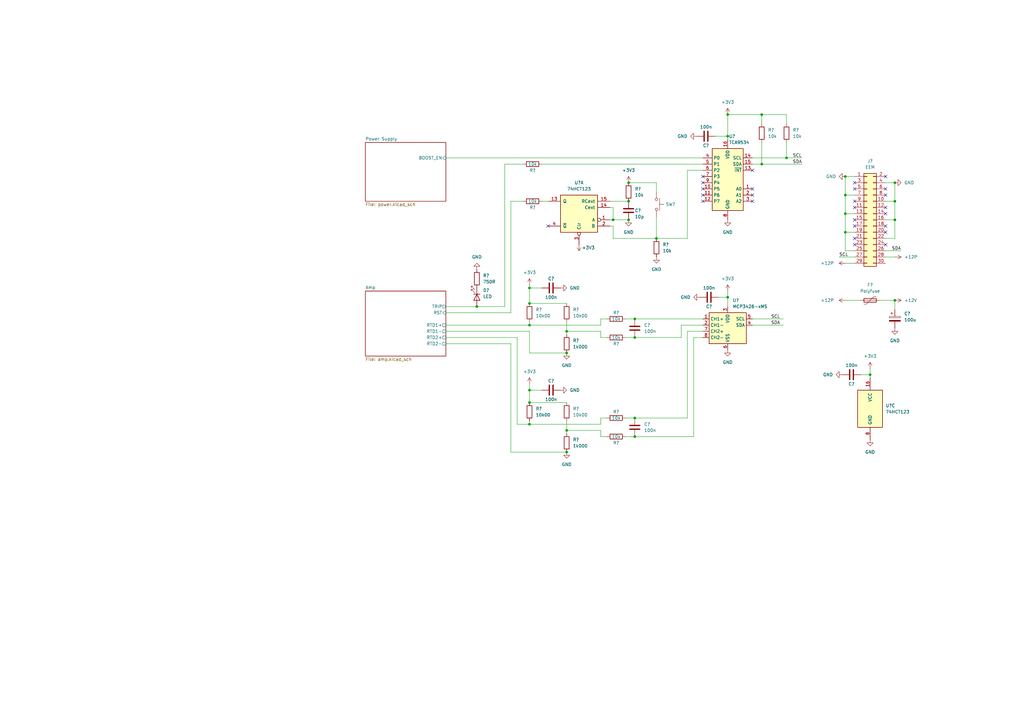
<source format=kicad_sch>
(kicad_sch (version 20211123) (generator eeschema)
  (paper "A3")
  (title_block (title "Usilitel") (date "2022-07-12") (rev "0.1") (company "M-Labs") (comment 1 "Wideband power amplifier") (comment 3 "a.k.a. topquark12") (comment 4 "Alex Wong Tat Hang"))
  (lib_symbols
    (symbol "74xx:74HCT123" (pin_names (offset 1.016))
      (property "Reference" "U" (at -7.62 8.89 0))
      (property "Value" "74HCT123" (at -7.62 -8.89 0))
      (symbol "74HCT123_1_0"
        (pin input inverted (at -12.7 -2.54 0) (length 5.08) (name "A") (number "1"))
        (pin output line (at 12.7 5.08 180) (length 5.08) (name "Q") (number "13"))
        (pin input line (at -12.7 2.54 0) (length 5.08) (name "Cext") (number "14"))
        (pin input line (at -12.7 5.08 0) (length 5.08) (name "RCext") (number "15"))
        (pin input line (at -12.7 -5.08 0) (length 5.08) (name "B") (number "2"))
        (pin input inverted (at 0 -12.7 90) (length 5.08) (name "Clr") (number "3"))
        (pin output line (at 12.7 -5.08 180) (length 5.08) (name "~{Q}") (number "4"))
      )
      (symbol "74HCT123_1_1"
        (rectangle (start -7.62 7.62) (end 7.62 -7.62) (stroke (width 0.254)) (fill (type background)))
      )
      (symbol "74HCT123_2_0"
        (pin input line (at -12.7 -5.08 0) (length 5.08) (name "B") (number "10"))
        (pin input inverted (at 0 -12.7 90) (length 5.08) (name "Clr") (number "11"))
        (pin output line (at 12.7 -5.08 180) (length 5.08) (name "~{Q}") (number "12"))
        (pin output line (at 12.7 5.08 180) (length 5.08) (name "Q") (number "5"))
        (pin input line (at -12.7 2.54 0) (length 5.08) (name "Cext") (number "6"))
        (pin input line (at -12.7 5.08 0) (length 5.08) (name "RCext") (number "7"))
        (pin input inverted (at -12.7 -2.54 0) (length 5.08) (name "A") (number "9"))
      )
      (symbol "74HCT123_2_1"
        (rectangle (start -7.62 7.62) (end 7.62 -7.62) (stroke (width 0.254)) (fill (type background)))
      )
      (symbol "74HCT123_3_0"
        (pin power_in line (at 0 12.7 270) (length 5.08) (name "VCC") (number "16"))
        (pin power_in line (at 0 -12.7 90) (length 5.08) (name "GND") (number "8"))
      )
      (symbol "74HCT123_3_1"
        (rectangle (start -5.08 7.62) (end 5.08 -7.62) (stroke (width 0.254)) (fill (type background)))
      )
    )
    (symbol "Analog_ADC:MCP3426-xMS"
      (property "Reference" "U" (at -3.81 8.89 0))
      (property "Value" "MCP3426-xMS" (at 2.54 8.89 0))
      (symbol "MCP3426-xMS_0_1"
        (rectangle (start -7.62 7.62) (end 7.62 -5.08) (stroke (width 0.254)) (fill (type background)))
      )
      (symbol "MCP3426-xMS_1_1"
        (pin input line (at -10.16 5.08 0) (length 2.54) (name "CH1+") (number "1"))
        (pin input line (at -10.16 2.54 0) (length 2.54) (name "CH1-") (number "2"))
        (pin power_in line (at 0 10.16 270) (length 2.54) (name "VDD") (number "3"))
        (pin bidirectional line (at 10.16 2.54 180) (length 2.54) (name "SDA") (number "4"))
        (pin input line (at 10.16 5.08 180) (length 2.54) (name "SCL") (number "5"))
        (pin power_in line (at 0 -7.62 90) (length 2.54) (name "VSS") (number "6"))
        (pin input line (at -10.16 0 0) (length 2.54) (name "CH2+") (number "7"))
        (pin input line (at -10.16 -2.54 0) (length 2.54) (name "CH2-") (number "8"))
      )
    )
    (symbol "Connector_Generic:Conn_02x15_Odd_Even" (pin_names (offset 1.016) hide)
      (property "Reference" "J" (at 1.27 20.32 0))
      (property "Value" "Conn_02x15_Odd_Even" (at 1.27 -20.32 0))
      (symbol "Conn_02x15_Odd_Even_1_1"
        (rectangle (start -1.27 -17.653) (end 0 -17.907) (stroke (width 0.1524)))
        (rectangle (start -1.27 -15.113) (end 0 -15.367) (stroke (width 0.1524)))
        (rectangle (start -1.27 -12.573) (end 0 -12.827) (stroke (width 0.1524)))
        (rectangle (start -1.27 -10.033) (end 0 -10.287) (stroke (width 0.1524)))
        (rectangle (start -1.27 -7.493) (end 0 -7.747) (stroke (width 0.1524)))
        (rectangle (start -1.27 -4.953) (end 0 -5.207) (stroke (width 0.1524)))
        (rectangle (start -1.27 -2.413) (end 0 -2.667) (stroke (width 0.1524)))
        (rectangle (start -1.27 0.127) (end 0 -0.127) (stroke (width 0.1524)))
        (rectangle (start -1.27 2.667) (end 0 2.413) (stroke (width 0.1524)))
        (rectangle (start -1.27 5.207) (end 0 4.953) (stroke (width 0.1524)))
        (rectangle (start -1.27 7.747) (end 0 7.493) (stroke (width 0.1524)))
        (rectangle (start -1.27 10.287) (end 0 10.033) (stroke (width 0.1524)))
        (rectangle (start -1.27 12.827) (end 0 12.573) (stroke (width 0.1524)))
        (rectangle (start -1.27 15.367) (end 0 15.113) (stroke (width 0.1524)))
        (rectangle (start -1.27 17.907) (end 0 17.653) (stroke (width 0.1524)))
        (rectangle (start -1.27 19.05) (end 3.81 -19.05) (stroke (width 0.254)) (fill (type background)))
        (rectangle (start 3.81 -17.653) (end 2.54 -17.907) (stroke (width 0.1524)))
        (rectangle (start 3.81 -15.113) (end 2.54 -15.367) (stroke (width 0.1524)))
        (rectangle (start 3.81 -12.573) (end 2.54 -12.827) (stroke (width 0.1524)))
        (rectangle (start 3.81 -10.033) (end 2.54 -10.287) (stroke (width 0.1524)))
        (rectangle (start 3.81 -7.493) (end 2.54 -7.747) (stroke (width 0.1524)))
        (rectangle (start 3.81 -4.953) (end 2.54 -5.207) (stroke (width 0.1524)))
        (rectangle (start 3.81 -2.413) (end 2.54 -2.667) (stroke (width 0.1524)))
        (rectangle (start 3.81 0.127) (end 2.54 -0.127) (stroke (width 0.1524)))
        (rectangle (start 3.81 2.667) (end 2.54 2.413) (stroke (width 0.1524)))
        (rectangle (start 3.81 5.207) (end 2.54 4.953) (stroke (width 0.1524)))
        (rectangle (start 3.81 7.747) (end 2.54 7.493) (stroke (width 0.1524)))
        (rectangle (start 3.81 10.287) (end 2.54 10.033) (stroke (width 0.1524)))
        (rectangle (start 3.81 12.827) (end 2.54 12.573) (stroke (width 0.1524)))
        (rectangle (start 3.81 15.367) (end 2.54 15.113) (stroke (width 0.1524)))
        (rectangle (start 3.81 17.907) (end 2.54 17.653) (stroke (width 0.1524)))
        (pin passive line (at -5.08 17.78 0) (length 3.81) (name "Pin_1") (number "1"))
        (pin passive line (at 7.62 7.62 180) (length 3.81) (name "Pin_10") (number "10"))
        (pin passive line (at -5.08 5.08 0) (length 3.81) (name "Pin_11") (number "11"))
        (pin passive line (at 7.62 5.08 180) (length 3.81) (name "Pin_12") (number "12"))
        (pin passive line (at -5.08 2.54 0) (length 3.81) (name "Pin_13") (number "13"))
        (pin passive line (at 7.62 2.54 180) (length 3.81) (name "Pin_14") (number "14"))
        (pin passive line (at -5.08 0 0) (length 3.81) (name "Pin_15") (number "15"))
        (pin passive line (at 7.62 0 180) (length 3.81) (name "Pin_16") (number "16"))
        (pin passive line (at -5.08 -2.54 0) (length 3.81) (name "Pin_17") (number "17"))
        (pin passive line (at 7.62 -2.54 180) (length 3.81) (name "Pin_18") (number "18"))
        (pin passive line (at -5.08 -5.08 0) (length 3.81) (name "Pin_19") (number "19"))
        (pin passive line (at 7.62 17.78 180) (length 3.81) (name "Pin_2") (number "2"))
        (pin passive line (at 7.62 -5.08 180) (length 3.81) (name "Pin_20") (number "20"))
        (pin passive line (at -5.08 -7.62 0) (length 3.81) (name "Pin_21") (number "21"))
        (pin passive line (at 7.62 -7.62 180) (length 3.81) (name "Pin_22") (number "22"))
        (pin passive line (at -5.08 -10.16 0) (length 3.81) (name "Pin_23") (number "23"))
        (pin passive line (at 7.62 -10.16 180) (length 3.81) (name "Pin_24") (number "24"))
        (pin passive line (at -5.08 -12.7 0) (length 3.81) (name "Pin_25") (number "25"))
        (pin passive line (at 7.62 -12.7 180) (length 3.81) (name "Pin_26") (number "26"))
        (pin passive line (at -5.08 -15.24 0) (length 3.81) (name "Pin_27") (number "27"))
        (pin passive line (at 7.62 -15.24 180) (length 3.81) (name "Pin_28") (number "28"))
        (pin passive line (at -5.08 -17.78 0) (length 3.81) (name "Pin_29") (number "29"))
        (pin passive line (at -5.08 15.24 0) (length 3.81) (name "Pin_3") (number "3"))
        (pin passive line (at 7.62 -17.78 180) (length 3.81) (name "Pin_30") (number "30"))
        (pin passive line (at 7.62 15.24 180) (length 3.81) (name "Pin_4") (number "4"))
        (pin passive line (at -5.08 12.7 0) (length 3.81) (name "Pin_5") (number "5"))
        (pin passive line (at 7.62 12.7 180) (length 3.81) (name "Pin_6") (number "6"))
        (pin passive line (at -5.08 10.16 0) (length 3.81) (name "Pin_7") (number "7"))
        (pin passive line (at 7.62 10.16 180) (length 3.81) (name "Pin_8") (number "8"))
        (pin passive line (at -5.08 7.62 0) (length 3.81) (name "Pin_9") (number "9"))
      )
    )
    (symbol "Device:C" (pin_numbers hide) (pin_names (offset 0.254))
      (property "Reference" "C" (at 0.635 2.54 0))
      (property "Value" "C" (at 0.635 -2.54 0))
      (symbol "C_0_1"
        (polyline (pts (xy -2.032 -0.762) (xy 2.032 -0.762)) (stroke (width 0.508)))
        (polyline (pts (xy -2.032 0.762) (xy 2.032 0.762)) (stroke (width 0.508)))
      )
      (symbol "C_1_1"
        (pin passive line (at 0 3.81 270) (length 2.794) (name "~") (number "1"))
        (pin passive line (at 0 -3.81 90) (length 2.794) (name "~") (number "2"))
      )
    )
    (symbol "Device:C_Polarized" (pin_numbers hide) (pin_names (offset 0.254))
      (property "Reference" "C" (at 0.635 2.54 0))
      (property "Value" "C_Polarized" (at 0.635 -2.54 0))
      (symbol "C_Polarized_0_1"
        (rectangle (start -2.286 0.508) (end 2.286 1.016))
        (polyline (pts (xy -1.778 2.286) (xy -0.762 2.286)))
        (polyline (pts (xy -1.27 2.794) (xy -1.27 1.778)))
        (rectangle (start 2.286 -0.508) (end -2.286 -1.016) (fill (type outline)))
      )
      (symbol "C_Polarized_1_1"
        (pin passive line (at 0 3.81 270) (length 2.794) (name "~") (number "1"))
        (pin passive line (at 0 -3.81 90) (length 2.794) (name "~") (number "2"))
      )
    )
    (symbol "Device:LED" (pin_numbers hide) (pin_names (offset 1.016) hide)
      (property "Reference" "D" (at 0 2.54 0))
      (property "Value" "LED" (at 0 -2.54 0))
      (symbol "LED_0_1"
        (polyline (pts (xy -1.27 -1.27) (xy -1.27 1.27)) (stroke (width 0.254)))
        (polyline (pts (xy -1.27 0) (xy 1.27 0)))
        (polyline (pts (xy 1.27 -1.27) (xy 1.27 1.27) (xy -1.27 0) (xy 1.27 -1.27)) (stroke (width 0.254)))
        (polyline (pts (xy -3.048 -0.762) (xy -4.572 -2.286) (xy -3.81 -2.286) (xy -4.572 -2.286) (xy -4.572 -1.524)))
        (polyline (pts (xy -1.778 -0.762) (xy -3.302 -2.286) (xy -2.54 -2.286) (xy -3.302 -2.286) (xy -3.302 -1.524)))
      )
      (symbol "LED_1_1"
        (pin passive line (at -3.81 0 0) (length 2.54) (name "K") (number "1"))
        (pin passive line (at 3.81 0 180) (length 2.54) (name "A") (number "2"))
      )
    )
    (symbol "Device:Polyfuse" (pin_numbers hide) (pin_names (offset 0))
      (property "Reference" "F" (at -2.54 0 90))
      (property "Value" "Polyfuse" (at 2.54 0 90))
      (symbol "Polyfuse_0_1"
        (rectangle (start -0.762 2.54) (end 0.762 -2.54) (stroke (width 0.254)))
        (polyline (pts (xy 0 2.54) (xy 0 -2.54)))
        (polyline (pts (xy -1.524 2.54) (xy -1.524 1.524) (xy 1.524 -1.524) (xy 1.524 -2.54)))
      )
      (symbol "Polyfuse_1_1"
        (pin passive line (at 0 3.81 270) (length 1.27) (name "~") (number "1"))
        (pin passive line (at 0 -3.81 90) (length 1.27) (name "~") (number "2"))
      )
    )
    (symbol "Device:R" (pin_numbers hide) (pin_names (offset 0))
      (property "Reference" "R" (at 2.032 0 90))
      (property "Value" "R" (at 0 0 90))
      (symbol "R_0_1"
        (rectangle (start -1.016 -2.54) (end 1.016 2.54) (stroke (width 0.254)))
      )
      (symbol "R_1_1"
        (pin passive line (at 0 3.81 270) (length 1.27) (name "~") (number "1"))
        (pin passive line (at 0 -3.81 90) (length 1.27) (name "~") (number "2"))
      )
    )
    (symbol "Interface_Expansion:TCA9534"
      (property "Reference" "U" (at -6.35 12.7 0))
      (property "Value" "TCA9534" (at 2.54 12.7 0))
      (symbol "TCA9534_0_1"
        (rectangle (start -6.35 -13.97) (end 6.35 11.43) (stroke (width 0.254)) (fill (type background)))
      )
      (symbol "TCA9534_1_1"
        (pin input line (at -10.16 -5.08 0) (length 3.81) (name "A0") (number "1"))
        (pin bidirectional line (at 10.16 -5.08 180) (length 3.81) (name "P5") (number "10"))
        (pin bidirectional line (at 10.16 -7.62 180) (length 3.81) (name "P6") (number "11"))
        (pin bidirectional line (at 10.16 -10.16 180) (length 3.81) (name "P7") (number "12"))
        (pin open_collector line (at -10.16 2.54 0) (length 3.81) (name "~{INT}") (number "13"))
        (pin input line (at -10.16 7.62 0) (length 3.81) (name "SCL") (number "14"))
        (pin bidirectional line (at -10.16 5.08 0) (length 3.81) (name "SDA") (number "15"))
        (pin power_in line (at 0 15.24 270) (length 3.81) (name "VDD") (number "16"))
        (pin input line (at -10.16 -7.62 0) (length 3.81) (name "A1") (number "2"))
        (pin input line (at -10.16 -10.16 0) (length 3.81) (name "A2") (number "3"))
        (pin bidirectional line (at 10.16 7.62 180) (length 3.81) (name "P0") (number "4"))
        (pin bidirectional line (at 10.16 5.08 180) (length 3.81) (name "P1") (number "5"))
        (pin bidirectional line (at 10.16 2.54 180) (length 3.81) (name "P2") (number "6"))
        (pin bidirectional line (at 10.16 0 180) (length 3.81) (name "P3") (number "7"))
        (pin power_in line (at 0 -17.78 90) (length 3.81) (name "GND") (number "8"))
        (pin bidirectional line (at 10.16 -2.54 180) (length 3.81) (name "P4") (number "9"))
      )
    )
    (symbol "Switch:SW_Push" (pin_numbers hide) (pin_names (offset 1.016) hide)
      (property "Reference" "SW" (at 1.27 2.54 0))
      (property "Value" "SW_Push" (at 0 -1.524 0))
      (symbol "SW_Push_0_1"
        (circle (center -2.032 0) (radius 0.508))
        (polyline (pts (xy 0 1.27) (xy 0 3.048)))
        (polyline (pts (xy 2.54 1.27) (xy -2.54 1.27)))
        (circle (center 2.032 0) (radius 0.508))
        (pin passive line (at -5.08 0 0) (length 2.54) (name "1") (number "1"))
        (pin passive line (at 5.08 0 180) (length 2.54) (name "2") (number "2"))
      )
    )
    (symbol "power:+12P" (power) (pin_names (offset 0))
      (property "Value" "+12P" (at 0 3.556 0))
      (symbol "+12P_0_1"
        (polyline (pts (xy -0.762 1.27) (xy 0 2.54)))
        (polyline (pts (xy 0 0) (xy 0 2.54)))
        (polyline (pts (xy 0 2.54) (xy 0.762 1.27)))
      )
      (symbol "+12P_1_1"
        (pin power_in line (at 0 0 90) (length 0) hide (name "+12P") (number "1"))
      )
    )
    (symbol "power:+12V" (power) (pin_names (offset 0))
      (property "Value" "+12V" (at 0 3.556 0))
      (symbol "+12V_0_1"
        (polyline (pts (xy -0.762 1.27) (xy 0 2.54)))
        (polyline (pts (xy 0 0) (xy 0 2.54)))
        (polyline (pts (xy 0 2.54) (xy 0.762 1.27)))
      )
      (symbol "+12V_1_1"
        (pin power_in line (at 0 0 90) (length 0) hide (name "+12V") (number "1"))
      )
    )
    (symbol "power:+3V3" (power) (pin_names (offset 0))
      (property "Value" "+3V3" (at 0 3.556 0))
      (symbol "+3V3_0_1"
        (polyline (pts (xy -0.762 1.27) (xy 0 2.54)))
        (polyline (pts (xy 0 0) (xy 0 2.54)))
        (polyline (pts (xy 0 2.54) (xy 0.762 1.27)))
      )
      (symbol "+3V3_1_1"
        (pin power_in line (at 0 0 90) (length 0) hide (name "+3V3") (number "1"))
      )
    )
    (symbol "power:GND" (power) (pin_names (offset 0))
      (property "Value" "GND" (at 0 -3.81 0))
      (symbol "GND_0_1"
        (polyline (pts (xy 0 0) (xy 0 -1.27) (xy 1.27 -1.27) (xy 0 -2.54) (xy -1.27 -1.27) (xy 0 -1.27)))
      )
      (symbol "GND_1_1"
        (pin power_in line (at 0 0 270) (length 0) hide (name "GND") (number "1"))
      )
    )
  )
  (junction (at 217.17 118.11))
  (junction (at 217.17 133.35))
  (junction (at 298.45 46.99))
  (junction (at 269.24 97.79))
  (junction (at 322.58 64.77))
  (junction (at 260.35 130.81))
  (junction (at 260.35 171.45))
  (junction (at 257.81 74.93))
  (junction (at 367.03 74.93))
  (junction (at 346.71 87.63))
  (junction (at 298.45 55.88))
  (junction (at 195.58 125.73))
  (junction (at 346.71 95.25))
  (junction (at 217.17 173.99))
  (junction (at 312.42 67.31))
  (junction (at 232.41 144.78))
  (junction (at 217.17 160.02))
  (junction (at 232.41 135.89))
  (junction (at 346.71 80.01))
  (junction (at 217.17 165.1))
  (junction (at 312.42 46.99))
  (junction (at 257.81 90.17))
  (junction (at 232.41 176.53))
  (junction (at 367.03 123.19))
  (junction (at 232.41 185.42))
  (junction (at 367.03 82.55))
  (junction (at 217.17 124.46))
  (junction (at 356.87 153.67))
  (junction (at 260.35 179.07))
  (junction (at 260.35 138.43))
  (junction (at 257.81 82.55))
  (junction (at 298.45 121.92))
  (junction (at 346.71 72.39))
  (junction (at 251.46 90.17))
  (junction (at 367.03 90.17))
  (no_connect (at 363.22 80.01))
  (no_connect (at 350.52 82.55))
  (no_connect (at 350.52 90.17))
  (no_connect (at 350.52 92.71))
  (no_connect (at 350.52 97.79))
  (no_connect (at 350.52 100.33))
  (no_connect (at 350.52 74.93))
  (no_connect (at 350.52 77.47))
  (no_connect (at 363.22 72.39))
  (no_connect (at 363.22 77.47))
  (no_connect (at 350.52 85.09))
  (no_connect (at 363.22 87.63))
  (no_connect (at 363.22 85.09))
  (no_connect (at 363.22 95.25))
  (no_connect (at 363.22 92.71))
  (no_connect (at 363.22 100.33))
  (no_connect (at 308.61 77.47))
  (no_connect (at 308.61 80.01))
  (no_connect (at 308.61 82.55))
  (no_connect (at 308.61 69.85))
  (no_connect (at 288.29 74.93))
  (no_connect (at 288.29 77.47))
  (no_connect (at 288.29 80.01))
  (no_connect (at 288.29 82.55))
  (no_connect (at 288.29 72.39))
  (no_connect (at 224.79 92.71))
  (wire (pts (xy 363.22 90.17) (xy 367.03 90.17)))
  (wire (pts (xy 312.42 58.42) (xy 312.42 67.31)))
  (wire (pts (xy 293.37 55.88) (xy 298.45 55.88)))
  (wire (pts (xy 269.24 88.9) (xy 269.24 97.79)))
  (wire (pts (xy 312.42 67.31) (xy 328.93 67.31)))
  (wire (pts (xy 209.55 82.55) (xy 209.55 128.27)))
  (wire (pts (xy 281.94 97.79) (xy 281.94 69.85)))
  (wire (pts (xy 246.38 133.35) (xy 217.17 133.35)))
  (wire (pts (xy 217.17 160.02) (xy 222.25 160.02)))
  (wire (pts (xy 246.38 138.43) (xy 248.92 138.43)))
  (wire (pts (xy 217.17 157.48) (xy 217.17 160.02)))
  (wire (pts (xy 217.17 118.11) (xy 222.25 118.11)))
  (wire (pts (xy 217.17 135.89) (xy 217.17 144.78)))
  (wire (pts (xy 346.71 107.95) (xy 350.52 107.95)))
  (wire (pts (xy 182.88 125.73) (xy 195.58 125.73)))
  (wire (pts (xy 308.61 130.81) (xy 321.31 130.81)))
  (wire (pts (xy 246.38 171.45) (xy 248.92 171.45)))
  (wire (pts (xy 279.4 138.43) (xy 279.4 133.35)))
  (wire (pts (xy 222.25 67.31) (xy 288.29 67.31)))
  (wire (pts (xy 298.45 55.88) (xy 298.45 57.15)))
  (wire (pts (xy 212.09 138.43) (xy 212.09 173.99)))
  (wire (pts (xy 246.38 179.07) (xy 248.92 179.07)))
  (wire (pts (xy 346.71 72.39) (xy 350.52 72.39)))
  (wire (pts (xy 250.19 85.09) (xy 251.46 85.09)))
  (wire (pts (xy 246.38 135.89) (xy 246.38 138.43)))
  (wire (pts (xy 246.38 171.45) (xy 246.38 173.99)))
  (wire (pts (xy 217.17 133.35) (xy 217.17 132.08)))
  (wire (pts (xy 246.38 176.53) (xy 246.38 179.07)))
  (wire (pts (xy 260.35 171.45) (xy 281.94 171.45)))
  (wire (pts (xy 346.71 80.01) (xy 346.71 72.39)))
  (wire (pts (xy 312.42 46.99) (xy 322.58 46.99)))
  (wire (pts (xy 251.46 90.17) (xy 257.81 90.17)))
  (wire (pts (xy 298.45 121.92) (xy 298.45 125.73)))
  (wire (pts (xy 182.88 138.43) (xy 212.09 138.43)))
  (wire (pts (xy 269.24 78.74) (xy 269.24 74.93)))
  (wire (pts (xy 260.35 138.43) (xy 279.4 138.43)))
  (wire (pts (xy 232.41 135.89) (xy 246.38 135.89)))
  (wire (pts (xy 346.71 102.87) (xy 346.71 95.25)))
  (wire (pts (xy 350.52 102.87) (xy 346.71 102.87)))
  (wire (pts (xy 222.25 82.55) (xy 224.79 82.55)))
  (wire (pts (xy 256.54 171.45) (xy 260.35 171.45)))
  (wire (pts (xy 346.71 87.63) (xy 346.71 80.01)))
  (wire (pts (xy 256.54 179.07) (xy 260.35 179.07)))
  (wire (pts (xy 214.63 82.55) (xy 209.55 82.55)))
  (wire (pts (xy 182.88 128.27) (xy 209.55 128.27)))
  (wire (pts (xy 217.17 173.99) (xy 217.17 172.72)))
  (wire (pts (xy 212.09 173.99) (xy 217.17 173.99)))
  (wire (pts (xy 279.4 133.35) (xy 288.29 133.35)))
  (wire (pts (xy 346.71 95.25) (xy 346.71 87.63)))
  (wire (pts (xy 298.45 46.99) (xy 312.42 46.99)))
  (wire (pts (xy 284.48 138.43) (xy 288.29 138.43)))
  (wire (pts (xy 250.19 92.71) (xy 251.46 92.71)))
  (wire (pts (xy 363.22 82.55) (xy 367.03 82.55)))
  (wire (pts (xy 308.61 64.77) (xy 322.58 64.77)))
  (wire (pts (xy 298.45 46.99) (xy 298.45 55.88)))
  (wire (pts (xy 256.54 138.43) (xy 260.35 138.43)))
  (wire (pts (xy 246.38 130.81) (xy 248.92 130.81)))
  (wire (pts (xy 350.52 95.25) (xy 346.71 95.25)))
  (wire (pts (xy 367.03 82.55) (xy 367.03 74.93)))
  (wire (pts (xy 322.58 64.77) (xy 328.93 64.77)))
  (wire (pts (xy 251.46 92.71) (xy 251.46 97.79)))
  (wire (pts (xy 182.88 133.35) (xy 217.17 133.35)))
  (wire (pts (xy 360.68 123.19) (xy 367.03 123.19)))
  (wire (pts (xy 308.61 133.35) (xy 321.31 133.35)))
  (wire (pts (xy 232.41 176.53) (xy 246.38 176.53)))
  (wire (pts (xy 308.61 67.31) (xy 312.42 67.31)))
  (wire (pts (xy 182.88 140.97) (xy 209.55 140.97)))
  (wire (pts (xy 217.17 165.1) (xy 232.41 165.1)))
  (wire (pts (xy 281.94 171.45) (xy 281.94 135.89)))
  (wire (pts (xy 281.94 135.89) (xy 288.29 135.89)))
  (wire (pts (xy 256.54 130.81) (xy 260.35 130.81)))
  (wire (pts (xy 298.45 119.38) (xy 298.45 121.92)))
  (wire (pts (xy 217.17 118.11) (xy 217.17 124.46)))
  (wire (pts (xy 232.41 135.89) (xy 232.41 137.16)))
  (wire (pts (xy 363.22 74.93) (xy 367.03 74.93)))
  (wire (pts (xy 246.38 130.81) (xy 246.38 133.35)))
  (wire (pts (xy 281.94 69.85) (xy 288.29 69.85)))
  (wire (pts (xy 350.52 80.01) (xy 346.71 80.01)))
  (wire (pts (xy 363.22 97.79) (xy 367.03 97.79)))
  (wire (pts (xy 207.01 67.31) (xy 214.63 67.31)))
  (wire (pts (xy 195.58 125.73) (xy 207.01 125.73)))
  (wire (pts (xy 209.55 185.42) (xy 232.41 185.42)))
  (wire (pts (xy 353.06 153.67) (xy 356.87 153.67)))
  (wire (pts (xy 260.35 179.07) (xy 284.48 179.07)))
  (wire (pts (xy 260.35 130.81) (xy 288.29 130.81)))
  (wire (pts (xy 312.42 46.99) (xy 312.42 50.8)))
  (wire (pts (xy 250.19 82.55) (xy 257.81 82.55)))
  (wire (pts (xy 269.24 97.79) (xy 281.94 97.79)))
  (wire (pts (xy 294.64 121.92) (xy 298.45 121.92)))
  (wire (pts (xy 246.38 173.99) (xy 217.17 173.99)))
  (wire (pts (xy 344.17 105.41) (xy 350.52 105.41)))
  (wire (pts (xy 269.24 74.93) (xy 257.81 74.93)))
  (wire (pts (xy 232.41 172.72) (xy 232.41 176.53)))
  (wire (pts (xy 251.46 97.79) (xy 269.24 97.79)))
  (wire (pts (xy 363.22 102.87) (xy 369.57 102.87)))
  (wire (pts (xy 217.17 160.02) (xy 217.17 165.1)))
  (wire (pts (xy 250.19 90.17) (xy 251.46 90.17)))
  (wire (pts (xy 350.52 87.63) (xy 346.71 87.63)))
  (wire (pts (xy 322.58 58.42) (xy 322.58 64.77)))
  (wire (pts (xy 363.22 105.41) (xy 367.03 105.41)))
  (wire (pts (xy 209.55 140.97) (xy 209.55 185.42)))
  (wire (pts (xy 356.87 151.13) (xy 356.87 153.67)))
  (wire (pts (xy 182.88 135.89) (xy 217.17 135.89)))
  (wire (pts (xy 284.48 179.07) (xy 284.48 138.43)))
  (wire (pts (xy 232.41 132.08) (xy 232.41 135.89)))
  (wire (pts (xy 182.88 64.77) (xy 288.29 64.77)))
  (wire (pts (xy 367.03 97.79) (xy 367.03 90.17)))
  (wire (pts (xy 367.03 90.17) (xy 367.03 82.55)))
  (wire (pts (xy 232.41 176.53) (xy 232.41 177.8)))
  (wire (pts (xy 217.17 124.46) (xy 232.41 124.46)))
  (wire (pts (xy 251.46 85.09) (xy 251.46 90.17)))
  (wire (pts (xy 367.03 123.19) (xy 367.03 127)))
  (wire (pts (xy 217.17 144.78) (xy 232.41 144.78)))
  (wire (pts (xy 356.87 153.67) (xy 356.87 154.94)))
  (wire (pts (xy 322.58 46.99) (xy 322.58 50.8)))
  (wire (pts (xy 346.71 123.19) (xy 353.06 123.19)))
  (wire (pts (xy 217.17 116.84) (xy 217.17 118.11)))
  (wire (pts (xy 207.01 67.31) (xy 207.01 125.73)))
  (label "SDA" (at 316.23 133.35 0))
  (label "SDA" (at 365.76 102.87 0))
  (label "SCL" (at 325.12 64.77 0))
  (label "SCL" (at 344.17 105.41 0))
  (label "SDA" (at 325.12 67.31 0))
  (label "SCL" (at 316.23 130.81 0))
  (symbol (lib_id "Device:C") (at 289.56 55.88 90) (unit 1)
    (property "Reference" "C?" (at 289.56 59.69 90))
    (property "Value" "100n" (at 289.56 52.07 90))
  )
  (symbol (lib_id "power:GND") (at 287.02 121.92 270) (unit 1)
    (property "Reference" "#PWR?" (effects hide))
    (property "Value" "GND" (at 283.21 121.9199 90) (effects (justify right)))
  )
  (symbol (lib_id "power:+12P") (at 367.03 105.41 270) (unit 1)
    (property "Reference" "#PWR?" (effects hide))
    (property "Value" "+12P" (at 370.84 105.4099 90) (effects (justify left)))
  )
  (symbol (lib_id "Connector_Generic:Conn_02x15_Odd_Even") (at 355.6 90.17 0) (unit 1)
    (property "Reference" "J?" (at 356.87 66.04 0))
    (property "Value" "EEM" (at 356.87 68.58 0))
  )
  (symbol (lib_id "Device:Polyfuse") (at 356.87 123.19 90) (unit 1)
    (property "Reference" "F?" (at 356.87 116.84 90))
    (property "Value" "Polyfuse" (at 356.87 119.38 90))
  )
  (symbol (lib_id "Device:R") (at 252.73 138.43 90) (unit 1)
    (property "Reference" "R?" (at 252.73 140.97 90))
    (property "Value" "10k" (at 252.73 138.43 90))
  )
  (symbol (lib_id "power:+3V3") (at 237.49 100.33 180) (unit 1)
    (property "Reference" "#PWR?" (effects hide))
    (property "Value" "+3V3" (at 241.3 101.6 0))
  )
  (symbol (lib_id "Device:C") (at 226.06 118.11 270) (unit 1)
    (property "Reference" "C?" (at 226.06 114.3 90))
    (property "Value" "100n" (at 226.06 121.92 90))
  )
  (symbol (lib_id "Device:R") (at 218.44 67.31 90) (unit 1)
    (property "Reference" "R?" (at 218.44 69.85 90))
    (property "Value" "10k" (at 218.44 67.31 90))
  )
  (symbol (lib_id "power:GND") (at 367.03 134.62 0) (unit 1)
    (property "Reference" "#PWR?" (effects hide))
    (property "Value" "GND" (at 367.03 139.7 0))
  )
  (symbol (lib_id "power:+3V3") (at 217.17 116.84 0) (unit 1)
    (property "Reference" "#PWR?" (effects hide))
    (property "Value" "+3V3" (at 217.17 111.76 0))
  )
  (symbol (lib_id "74xx:74HCT123") (at 356.87 167.64 0) (unit 3)
    (property "Reference" "U?" (at 363.22 166.3699 0) (effects (justify left)))
    (property "Value" "74HCT123" (at 363.22 168.9099 0) (effects (justify left)))
    (property "Datasheet" "https://assets.nexperia.com/documents/data-sheet/74HC_HCT123.pdf" (effects hide))
  )
  (symbol (lib_id "power:GND") (at 298.45 90.17 0) (unit 1)
    (property "Reference" "#PWR?" (effects hide))
    (property "Value" "GND" (at 298.45 95.25 0))
  )
  (symbol (lib_id "Device:C_Polarized") (at 367.03 130.81 0) (unit 1)
    (property "Reference" "C?" (at 370.84 128.6509 0) (effects (justify left)))
    (property "Value" "100u" (at 370.84 131.1909 0) (effects (justify left)))
  )
  (symbol (lib_id "Device:C") (at 260.35 175.26 0) (unit 1)
    (property "Reference" "C?" (at 264.16 173.9899 0) (effects (justify left)))
    (property "Value" "100n" (at 264.16 176.5299 0) (effects (justify left)))
  )
  (symbol (lib_id "power:+3V3") (at 356.87 151.13 0) (unit 1)
    (property "Reference" "#PWR?" (effects hide))
    (property "Value" "+3V3" (at 356.87 146.05 0))
  )
  (symbol (lib_id "power:GND") (at 229.87 160.02 90) (unit 1)
    (property "Reference" "#PWR?" (effects hide))
    (property "Value" "GND" (at 233.68 160.0201 90) (effects (justify right)))
  )
  (symbol (lib_id "power:+12P") (at 346.71 123.19 90) (unit 1)
    (property "Reference" "#PWR?" (effects hide))
    (property "Value" "+12P" (at 336.55 123.19 90) (effects (justify right)))
  )
  (symbol (lib_id "Device:R") (at 252.73 171.45 90) (unit 1)
    (property "Reference" "R?" (at 252.73 168.91 90))
    (property "Value" "10k" (at 252.73 171.45 90))
  )
  (symbol (lib_id "power:GND") (at 356.87 180.34 0) (unit 1)
    (property "Reference" "#PWR?" (effects hide))
    (property "Value" "GND" (at 356.87 185.42 0))
  )
  (symbol (lib_id "Interface_Expansion:TCA9534") (at 298.45 72.39 0) (mirror y) (unit 1)
    (property "Reference" "U?" (at 298.9706 55.88 0) (effects (justify right)))
    (property "Value" "TCA9534" (at 298.9706 58.42 0) (effects (justify right)))
    (property "Datasheet" "http://www.ti.com/lit/ds/symlink/tca9534.pdf" (effects hide))
  )
  (symbol (lib_id "Device:R") (at 312.42 54.61 0) (unit 1)
    (property "Reference" "R?" (at 314.96 53.3399 0) (effects (justify left)))
    (property "Value" "10k" (at 314.96 55.8799 0) (effects (justify left)))
  )
  (symbol (lib_id "Device:R") (at 217.17 128.27 0) (unit 1)
    (property "Reference" "R?" (at 219.71 126.9999 0) (effects (justify left)))
    (property "Value" "10k00" (at 219.71 129.5399 0) (effects (justify left)))
  )
  (symbol (lib_id "power:+3V3") (at 257.81 74.93 0) (unit 1)
    (property "Reference" "#PWR?" (effects hide))
    (property "Value" "+3V3" (at 257.81 69.85 0))
  )
  (symbol (lib_id "Device:R") (at 232.41 181.61 0) (unit 1)
    (property "Reference" "R?" (at 234.95 180.3399 0) (effects (justify left)))
    (property "Value" "1k000" (at 234.95 182.8799 0) (effects (justify left)))
  )
  (symbol (lib_id "Device:R") (at 232.41 128.27 0) (unit 1)
    (property "Reference" "R?" (at 234.95 126.9999 0) (effects (justify left)))
    (property "Value" "10k00" (at 234.95 129.5399 0) (effects (justify left)))
  )
  (symbol (lib_id "Device:C") (at 349.25 153.67 90) (unit 1)
    (property "Reference" "C?" (at 349.25 157.48 90))
    (property "Value" "100n" (at 349.25 149.86 90))
  )
  (symbol (lib_id "power:+3V3") (at 298.45 46.99 0) (unit 1)
    (property "Reference" "#PWR?" (effects hide))
    (property "Value" "+3V3" (at 298.45 41.91 0))
  )
  (symbol (lib_id "Device:C") (at 257.81 86.36 0) (unit 1)
    (property "Reference" "C?" (at 260.35 86.36 0) (effects (justify left)))
    (property "Value" "10p" (at 260.35 88.9 0) (effects (justify left)))
  )
  (symbol (lib_id "power:GND") (at 229.87 118.11 90) (unit 1)
    (property "Reference" "#PWR?" (effects hide))
    (property "Value" "GND" (at 233.68 118.1101 90) (effects (justify right)))
  )
  (symbol (lib_id "Device:R") (at 257.81 78.74 0) (unit 1)
    (property "Reference" "R?" (at 260.35 77.4699 0) (effects (justify left)))
    (property "Value" "10k" (at 260.35 80.0099 0) (effects (justify left)))
  )
  (symbol (lib_id "Device:C") (at 226.06 160.02 270) (unit 1)
    (property "Reference" "C?" (at 226.06 156.21 90))
    (property "Value" "100n" (at 226.06 163.83 90))
  )
  (symbol (lib_id "Device:R") (at 269.24 101.6 0) (unit 1)
    (property "Reference" "R?" (at 271.78 100.3299 0) (effects (justify left)))
    (property "Value" "10k" (at 271.78 102.8699 0) (effects (justify left)))
  )
  (symbol (lib_id "power:GND") (at 232.41 144.78 0) (unit 1)
    (property "Reference" "#PWR?" (effects hide))
    (property "Value" "GND" (at 232.41 149.86 0))
  )
  (symbol (lib_id "Device:R") (at 232.41 140.97 0) (unit 1)
    (property "Reference" "R?" (at 234.95 139.6999 0) (effects (justify left)))
    (property "Value" "1k000" (at 234.95 142.2399 0) (effects (justify left)))
  )
  (symbol (lib_id "Switch:SW_Push") (at 269.24 83.82 270) (mirror x) (unit 1)
    (property "Reference" "SW?" (at 273.05 83.8199 90) (effects (justify left)))
    (property "Value" "SW_Push" (effects hide))
  )
  (symbol (lib_id "power:GND") (at 367.03 74.93 90) (unit 1)
    (property "Reference" "#PWR?" (effects hide))
    (property "Value" "GND" (at 370.84 74.9299 90) (effects (justify right)))
  )
  (symbol (lib_id "power:GND") (at 298.45 143.51 0) (unit 1)
    (property "Reference" "#PWR?" (effects hide))
    (property "Value" "GND" (at 298.45 148.59 0))
  )
  (symbol (lib_id "power:+3V3") (at 217.17 157.48 0) (unit 1)
    (property "Reference" "#PWR?" (effects hide))
    (property "Value" "+3V3" (at 217.17 152.4 0))
  )
  (symbol (lib_id "power:GND") (at 232.41 185.42 0) (unit 1)
    (property "Reference" "#PWR?" (effects hide))
    (property "Value" "GND" (at 232.41 190.5 0))
  )
  (symbol (lib_id "Device:LED") (at 195.58 121.92 270) (unit 1)
    (property "Reference" "D?" (at 198.12 119.0624 90) (effects (justify left)))
    (property "Value" "LED" (at 198.12 121.6024 90) (effects (justify left)))
  )
  (symbol (lib_id "Device:R") (at 232.41 168.91 0) (unit 1)
    (property "Reference" "R?" (at 234.95 167.6399 0) (effects (justify left)))
    (property "Value" "10k00" (at 234.95 170.1799 0) (effects (justify left)))
  )
  (symbol (lib_id "power:GND") (at 269.24 105.41 0) (unit 1)
    (property "Reference" "#PWR?" (effects hide))
    (property "Value" "GND" (at 269.24 110.49 0))
  )
  (symbol (lib_id "74xx:74HCT123") (at 237.49 87.63 0) (mirror y) (unit 1)
    (property "Reference" "U?" (at 237.49 74.93 0))
    (property "Value" "74HCT123" (at 237.49 77.47 0))
    (property "Datasheet" "https://assets.nexperia.com/documents/data-sheet/74HC_HCT123.pdf" (effects hide))
  )
  (symbol (lib_id "power:GND") (at 195.58 110.49 180) (unit 1)
    (property "Reference" "#PWR?" (effects hide))
    (property "Value" "GND" (at 195.58 105.41 0))
  )
  (symbol (lib_id "Device:R") (at 322.58 54.61 0) (unit 1)
    (property "Reference" "R?" (at 325.12 53.3399 0) (effects (justify left)))
    (property "Value" "10k" (at 325.12 55.8799 0) (effects (justify left)))
  )
  (symbol (lib_id "power:+12V") (at 367.03 123.19 270) (unit 1)
    (property "Reference" "#PWR?" (effects hide))
    (property "Value" "+12V" (at 370.84 123.1899 90) (effects (justify left)))
  )
  (symbol (lib_id "power:GND") (at 257.81 90.17 0) (unit 1)
    (property "Reference" "#PWR?" (effects hide))
    (property "Value" "GND" (at 257.81 95.25 0))
  )
  (symbol (lib_id "Device:C") (at 260.35 134.62 0) (unit 1)
    (property "Reference" "C?" (at 264.16 133.3499 0) (effects (justify left)))
    (property "Value" "100n" (at 264.16 135.8899 0) (effects (justify left)))
  )
  (symbol (lib_id "Analog_ADC:MCP3426-xMS") (at 298.45 135.89 0) (unit 1)
    (property "Reference" "U?" (at 300.4694 123.19 0) (effects (justify left)))
    (property "Value" "MCP3426-xMS" (at 300.4694 125.73 0) (effects (justify left)))
    (property "Datasheet" "http://ww1.microchip.com/downloads/en/DeviceDoc/22226a.pdf" (effects hide))
  )
  (symbol (lib_id "Device:C") (at 290.83 121.92 90) (unit 1)
    (property "Reference" "C?" (at 290.83 125.73 90))
    (property "Value" "100n" (at 290.83 118.11 90))
  )
  (symbol (lib_id "Device:R") (at 195.58 114.3 0) (unit 1)
    (property "Reference" "R?" (at 198.12 113.0299 0) (effects (justify left)))
    (property "Value" "750R" (at 198.12 115.5699 0) (effects (justify left)))
  )
  (symbol (lib_id "Device:R") (at 252.73 179.07 90) (unit 1)
    (property "Reference" "R?" (at 252.73 181.61 90))
    (property "Value" "10k" (at 252.73 179.07 90))
  )
  (symbol (lib_id "power:GND") (at 345.44 153.67 270) (unit 1)
    (property "Reference" "#PWR?" (effects hide))
    (property "Value" "GND" (at 341.63 153.6699 90) (effects (justify right)))
  )
  (symbol (lib_id "power:GND") (at 285.75 55.88 270) (unit 1)
    (property "Reference" "#PWR?" (effects hide))
    (property "Value" "GND" (at 281.94 55.8799 90) (effects (justify right)))
  )
  (symbol (lib_id "Device:R") (at 252.73 130.81 90) (unit 1)
    (property "Reference" "R?" (at 252.73 128.27 90))
    (property "Value" "10k" (at 252.73 130.81 90))
  )
  (symbol (lib_id "power:+12P") (at 346.71 107.95 90) (unit 1)
    (property "Reference" "#PWR?" (effects hide))
    (property "Value" "+12P" (at 336.55 107.95 90) (effects (justify right)))
  )
  (symbol (lib_id "power:GND") (at 346.71 72.39 270) (unit 1)
    (property "Reference" "#PWR?" (effects hide))
    (property "Value" "GND" (at 342.9 72.3899 90) (effects (justify right)))
  )
  (symbol (lib_id "Device:R") (at 217.17 168.91 0) (unit 1)
    (property "Reference" "R?" (at 219.71 167.6399 0) (effects (justify left)))
    (property "Value" "10k00" (at 219.71 170.1799 0) (effects (justify left)))
  )
  (symbol (lib_id "Device:R") (at 218.44 82.55 90) (unit 1)
    (property "Reference" "R?" (at 218.44 85.09 90))
    (property "Value" "10k" (at 218.44 82.55 90))
  )
  (symbol (lib_id "power:+3V3") (at 298.45 119.38 0) (unit 1)
    (property "Reference" "#PWR?" (effects hide))
    (property "Value" "+3V3" (at 298.45 114.3 0))
  )
  (sheet (at 149.86 119.38) (size 33.02 26.67) (stroke (width 0.1524))
    (property "Sheet name" "Amp" (at 149.86 118.6684 0) (effects (justify left bottom)))
    (property "Sheet file" "amp.kicad_sch" (at 149.86 146.6346 0) (effects (justify left top)))
    (pin "RST" input (at 182.88 128.27 0))
    (pin "TRIP" output (at 182.88 125.73 0))
    (pin "RTD2+" passive (at 182.88 138.43 0))
    (pin "RTD2-" passive (at 182.88 140.97 0))
    (pin "RTD1+" passive (at 182.88 133.35 0))
    (pin "RTD1-" passive (at 182.88 135.89 0))
  )
  (sheet (at 149.86 58.42) (size 33.02 24.13) (stroke (width 0.1524))
    (property "Sheet name" "Power Supply" (at 149.86 57.7084 0) (effects (justify left bottom)))
    (property "Sheet file" "power.kicad_sch" (at 149.86 83.1346 0) (effects (justify left top)))
    (pin "BOOST_EN" input (at 182.88 64.77 0))
  )
)
</source>
